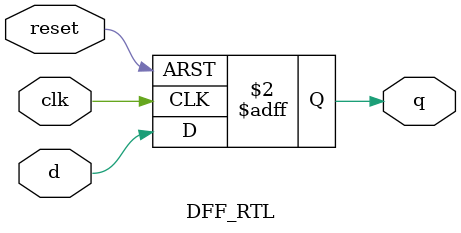
<source format=sv>
/*
Author: Ian Taylor

Data types:
	wire, reg, integer, tri,...
	logic

verilog review week1_1
	Link: C:\Learning\GeneralInformation - CurrentQuarter\Spring2021\ECE544_EmbeddedSystemDesign\SV_Workshop_Review\ece508vlogwkspf20_week1_1_lecnotes.pdf
	Course overview
	Intro to SystemVerilog
	Tech Overview

*/

//D-Flip-Flop Structural (gate level) model

module DFF_Struct ( q, d, clk, reset);
	output logic q;
	input logic  d;
	input logic clk, reset;
	
	logic s, sbar, r, rbar, q, qbar;
	logic clkbar, cbar;
	
	not inv1(cbar, clear);
	not inv2(clkbar, clk);
	
	nand sr1g1(sbar,rbar, s);
	nand srig2(s, sbar, cbar, clkbar);
	
	nand sr2g1(r,rbar, clkbar,s);
	nand sr2g2(rbar, r, cbar, d);

	nand sr3g1(q, s, qbar);
	nand sr3g2(qbar, q, r, cbar);

endmodule 

//D Flip-Flop Behavioral Model --> RTL Model

module DFF_RTL(q, d, clk, reset);
	output logic q;
	input logic d, clk, reset;
	
	always_ff @(negedge clk or posedge reset) begin
		if (reset)
			q <= 1'b0;
		else
			q <= d;
	end
	
endmodule
</source>
